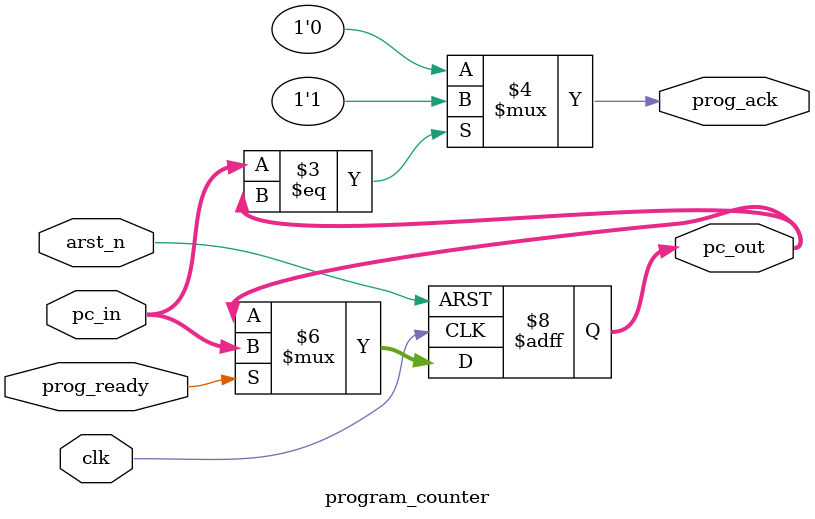
<source format=sv>
`timescale 1ns / 1ps

module program_counter #(parameter DATA_WIDTH = 32) (
    input logic clk,
    input logic arst_n,
    input logic prog_ready,
    input logic [DATA_WIDTH - 1:0] pc_in,
    output logic prog_ack,
    output logic [DATA_WIDTH - 1:0] pc_out
);
    //Secuential logic 
    always_ff @(posedge clk, negedge arst_n) begin
        if (!arst_n) begin
            pc_out <= 32'h0000_0000;
        end else if(prog_ready) begin
            pc_out <= pc_in;
        end else begin
            pc_out <= pc_out;
        end     
    end 
	
assign prog_ack = (pc_in == pc_out) ? 1'b1 : 1'b0;
   
endmodule




</source>
